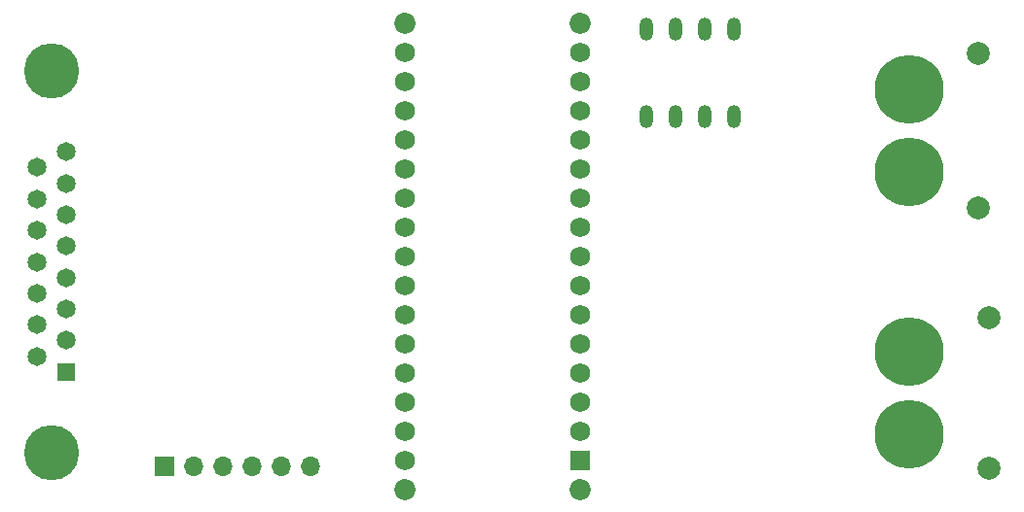
<source format=gbr>
%TF.GenerationSoftware,KiCad,Pcbnew,(6.0.0)*%
%TF.CreationDate,2022-08-22T12:49:25+02:00*%
%TF.ProjectId,pcb,7063622e-6b69-4636-9164-5f7063625858,rev?*%
%TF.SameCoordinates,Original*%
%TF.FileFunction,Soldermask,Bot*%
%TF.FilePolarity,Negative*%
%FSLAX46Y46*%
G04 Gerber Fmt 4.6, Leading zero omitted, Abs format (unit mm)*
G04 Created by KiCad (PCBNEW (6.0.0)) date 2022-08-22 12:49:25*
%MOMM*%
%LPD*%
G01*
G04 APERTURE LIST*
%ADD10O,1.200000X2.000000*%
%ADD11R,1.650000X1.650000*%
%ADD12C,1.650000*%
%ADD13C,4.800000*%
%ADD14C,6.000000*%
%ADD15C,2.000000*%
%ADD16R,1.700000X1.700000*%
%ADD17O,1.700000X1.700000*%
%ADD18C,1.850000*%
%ADD19C,1.727200*%
%ADD20R,1.727200X1.727200*%
G04 APERTURE END LIST*
D10*
%TO.C,U6*%
X208280000Y-58420000D03*
X210820000Y-58420000D03*
X213360000Y-58420000D03*
X215900000Y-58420000D03*
X215900000Y-50800000D03*
X213360000Y-50800000D03*
X210820000Y-50800000D03*
X208280000Y-50800000D03*
%TD*%
D11*
%TO.C,J1*%
X157870000Y-80710000D03*
D12*
X157870000Y-77970000D03*
X157870000Y-75230000D03*
X157870000Y-72490000D03*
X157870000Y-69750000D03*
X157870000Y-67010000D03*
X157870000Y-64270000D03*
X157870000Y-61530000D03*
X155330000Y-79340000D03*
X155330000Y-76600000D03*
X155330000Y-73860000D03*
X155330000Y-71120000D03*
X155330000Y-68380000D03*
X155330000Y-65640000D03*
X155330000Y-62900000D03*
D13*
X156600000Y-87770000D03*
X156600000Y-54470000D03*
%TD*%
D14*
%TO.C,U2*%
X231180000Y-56090000D03*
X231180000Y-63290000D03*
D15*
X237180000Y-52940000D03*
X237180000Y-66440000D03*
%TD*%
D16*
%TO.C,U5*%
X166370000Y-88900000D03*
D17*
X168910000Y-88900000D03*
X171450000Y-88900000D03*
X173990000Y-88900000D03*
X176530000Y-88900000D03*
X179070000Y-88900000D03*
%TD*%
D18*
%TO.C,XA1*%
X202565000Y-50292000D03*
X202565000Y-90932000D03*
X187325000Y-90932000D03*
X187325000Y-50292000D03*
D19*
X187325000Y-55372000D03*
X187325000Y-80772000D03*
X187325000Y-60452000D03*
X187325000Y-62992000D03*
X187325000Y-65532000D03*
X187325000Y-68072000D03*
X187325000Y-70612000D03*
X187325000Y-73152000D03*
X187325000Y-75692000D03*
X187325000Y-78232000D03*
X187325000Y-57912000D03*
X202565000Y-85852000D03*
D20*
X202565000Y-88392000D03*
D19*
X202565000Y-78232000D03*
X202565000Y-75692000D03*
X202565000Y-73152000D03*
X202565000Y-70612000D03*
X202565000Y-68072000D03*
X202565000Y-65532000D03*
X202565000Y-62992000D03*
X202565000Y-60452000D03*
X202565000Y-57912000D03*
X202565000Y-55372000D03*
X202565000Y-52832000D03*
X187325000Y-52832000D03*
X202565000Y-80772000D03*
X187325000Y-85852000D03*
X202565000Y-83312000D03*
X187325000Y-83312000D03*
X187325000Y-88392000D03*
%TD*%
D14*
%TO.C,U1*%
X231180000Y-78950000D03*
X231180000Y-86150000D03*
D15*
X238080000Y-75950000D03*
X238080000Y-89150000D03*
%TD*%
M02*

</source>
